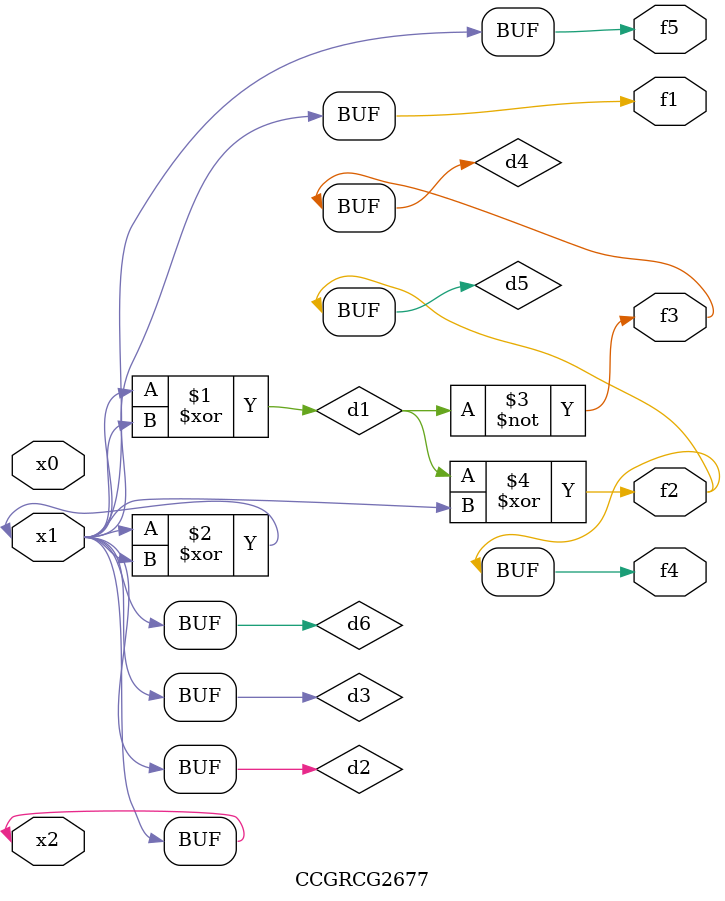
<source format=v>
module CCGRCG2677(
	input x0, x1, x2,
	output f1, f2, f3, f4, f5
);

	wire d1, d2, d3, d4, d5, d6;

	xor (d1, x1, x2);
	buf (d2, x1, x2);
	xor (d3, x1, x2);
	nor (d4, d1);
	xor (d5, d1, d2);
	buf (d6, d2, d3);
	assign f1 = d6;
	assign f2 = d5;
	assign f3 = d4;
	assign f4 = d5;
	assign f5 = d6;
endmodule

</source>
